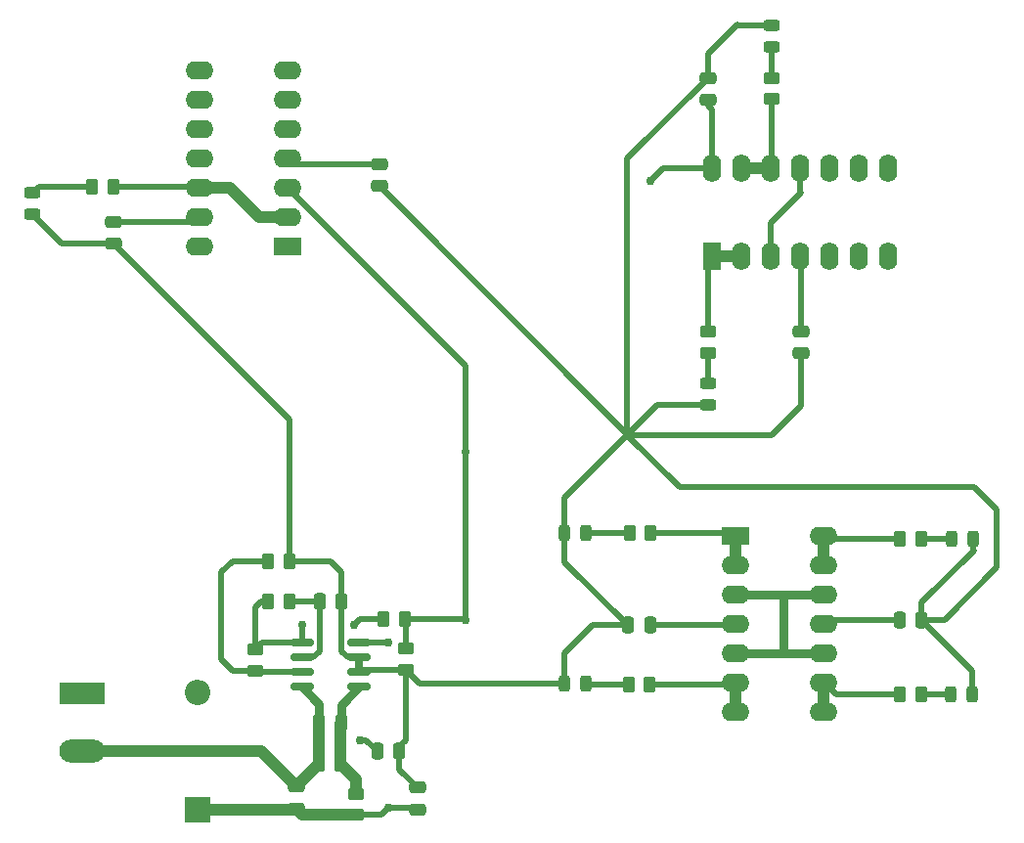
<source format=gbr>
%TF.GenerationSoftware,KiCad,Pcbnew,8.0.5*%
%TF.CreationDate,2024-11-04T13:30:35-06:00*%
%TF.ProjectId,KiCAD_Custom_DRC_Rules_for_PCBWay,4b694341-445f-4437-9573-746f6d5f4452,rev?*%
%TF.SameCoordinates,Original*%
%TF.FileFunction,Copper,L1,Top*%
%TF.FilePolarity,Positive*%
%FSLAX46Y46*%
G04 Gerber Fmt 4.6, Leading zero omitted, Abs format (unit mm)*
G04 Created by KiCad (PCBNEW 8.0.5) date 2024-11-04 13:30:35*
%MOMM*%
%LPD*%
G01*
G04 APERTURE LIST*
G04 Aperture macros list*
%AMRoundRect*
0 Rectangle with rounded corners*
0 $1 Rounding radius*
0 $2 $3 $4 $5 $6 $7 $8 $9 X,Y pos of 4 corners*
0 Add a 4 corners polygon primitive as box body*
4,1,4,$2,$3,$4,$5,$6,$7,$8,$9,$2,$3,0*
0 Add four circle primitives for the rounded corners*
1,1,$1+$1,$2,$3*
1,1,$1+$1,$4,$5*
1,1,$1+$1,$6,$7*
1,1,$1+$1,$8,$9*
0 Add four rect primitives between the rounded corners*
20,1,$1+$1,$2,$3,$4,$5,0*
20,1,$1+$1,$4,$5,$6,$7,0*
20,1,$1+$1,$6,$7,$8,$9,0*
20,1,$1+$1,$8,$9,$2,$3,0*%
G04 Aperture macros list end*
%TA.AperFunction,SMDPad,CuDef*%
%ADD10RoundRect,0.250000X-0.262500X-0.450000X0.262500X-0.450000X0.262500X0.450000X-0.262500X0.450000X0*%
%TD*%
%TA.AperFunction,SMDPad,CuDef*%
%ADD11RoundRect,0.250000X-0.475000X0.250000X-0.475000X-0.250000X0.475000X-0.250000X0.475000X0.250000X0*%
%TD*%
%TA.AperFunction,SMDPad,CuDef*%
%ADD12RoundRect,0.250000X0.475000X-0.250000X0.475000X0.250000X-0.475000X0.250000X-0.475000X-0.250000X0*%
%TD*%
%TA.AperFunction,SMDPad,CuDef*%
%ADD13RoundRect,0.243750X0.456250X-0.243750X0.456250X0.243750X-0.456250X0.243750X-0.456250X-0.243750X0*%
%TD*%
%TA.AperFunction,SMDPad,CuDef*%
%ADD14RoundRect,0.150000X-0.825000X-0.150000X0.825000X-0.150000X0.825000X0.150000X-0.825000X0.150000X0*%
%TD*%
%TA.AperFunction,ComponentPad*%
%ADD15R,2.400000X1.600000*%
%TD*%
%TA.AperFunction,ComponentPad*%
%ADD16O,2.400000X1.600000*%
%TD*%
%TA.AperFunction,SMDPad,CuDef*%
%ADD17RoundRect,0.250000X0.262500X0.450000X-0.262500X0.450000X-0.262500X-0.450000X0.262500X-0.450000X0*%
%TD*%
%TA.AperFunction,SMDPad,CuDef*%
%ADD18RoundRect,0.243750X-0.456250X0.243750X-0.456250X-0.243750X0.456250X-0.243750X0.456250X0.243750X0*%
%TD*%
%TA.AperFunction,SMDPad,CuDef*%
%ADD19RoundRect,0.250000X0.450000X-0.262500X0.450000X0.262500X-0.450000X0.262500X-0.450000X-0.262500X0*%
%TD*%
%TA.AperFunction,SMDPad,CuDef*%
%ADD20RoundRect,0.250000X0.250000X0.475000X-0.250000X0.475000X-0.250000X-0.475000X0.250000X-0.475000X0*%
%TD*%
%TA.AperFunction,SMDPad,CuDef*%
%ADD21RoundRect,0.250000X-0.450000X0.262500X-0.450000X-0.262500X0.450000X-0.262500X0.450000X0.262500X0*%
%TD*%
%TA.AperFunction,SMDPad,CuDef*%
%ADD22RoundRect,0.250000X-0.250000X-0.475000X0.250000X-0.475000X0.250000X0.475000X-0.250000X0.475000X0*%
%TD*%
%TA.AperFunction,SMDPad,CuDef*%
%ADD23RoundRect,0.243750X0.243750X0.456250X-0.243750X0.456250X-0.243750X-0.456250X0.243750X-0.456250X0*%
%TD*%
%TA.AperFunction,ComponentPad*%
%ADD24R,2.200000X2.200000*%
%TD*%
%TA.AperFunction,ComponentPad*%
%ADD25O,2.200000X2.200000*%
%TD*%
%TA.AperFunction,SMDPad,CuDef*%
%ADD26RoundRect,0.243750X-0.243750X-0.456250X0.243750X-0.456250X0.243750X0.456250X-0.243750X0.456250X0*%
%TD*%
%TA.AperFunction,ComponentPad*%
%ADD27R,1.600000X2.400000*%
%TD*%
%TA.AperFunction,ComponentPad*%
%ADD28O,1.600000X2.400000*%
%TD*%
%TA.AperFunction,ComponentPad*%
%ADD29R,3.960000X1.980000*%
%TD*%
%TA.AperFunction,ComponentPad*%
%ADD30O,3.960000X1.980000*%
%TD*%
%TA.AperFunction,ViaPad*%
%ADD31C,0.750000*%
%TD*%
%TA.AperFunction,Conductor*%
%ADD32C,0.500000*%
%TD*%
%TA.AperFunction,Conductor*%
%ADD33C,0.203200*%
%TD*%
%TA.AperFunction,Conductor*%
%ADD34C,0.700000*%
%TD*%
%TA.AperFunction,Conductor*%
%ADD35C,1.000000*%
%TD*%
%TA.AperFunction,Conductor*%
%ADD36C,0.750000*%
%TD*%
%TA.AperFunction,Conductor*%
%ADD37C,0.250000*%
%TD*%
G04 APERTURE END LIST*
D10*
%TO.P,R14,1*%
%TO.N,Net-(J4-Pin_8)*%
X128087500Y-114000000D03*
%TO.P,R14,2*%
%TO.N,Net-(D8-AK)*%
X129912500Y-114000000D03*
%TD*%
D11*
%TO.P,C7,1*%
%TO.N,Vpos*%
X60000000Y-73050000D03*
%TO.P,C7,2*%
%TO.N,Vgnd*%
X60000000Y-74950000D03*
%TD*%
D12*
%TO.P,C2,1*%
%TO.N,Vpos*%
X75815000Y-123870000D03*
%TO.P,C2,2*%
%TO.N,Vneg*%
X75815000Y-121970000D03*
%TD*%
D13*
%TO.P,D2,1,KA*%
%TO.N,Vgnd*%
X111500000Y-88937500D03*
%TO.P,D2,2,AK*%
%TO.N,Net-(D2-AK)*%
X111500000Y-87062500D03*
%TD*%
D14*
%TO.P,U1,1*%
%TO.N,Net-(R2-Pad2)*%
X76340000Y-109515000D03*
%TO.P,U1,2,-*%
%TO.N,Net-(U1A--)*%
X76340000Y-110785000D03*
%TO.P,U1,3,+*%
%TO.N,Net-(U1A-+)*%
X76340000Y-112055000D03*
%TO.P,U1,4,V-*%
%TO.N,Vneg*%
X76340000Y-113325000D03*
%TO.P,U1,5,+*%
%TO.N,Net-(U1B-+)*%
X81290000Y-113325000D03*
%TO.P,U1,6,-*%
%TO.N,Vgnd*%
X81290000Y-112055000D03*
%TO.P,U1,7*%
X81290000Y-110785000D03*
%TO.P,U1,8,V+*%
%TO.N,Vpos*%
X81290000Y-109515000D03*
%TD*%
D15*
%TO.P,J3,1,Pin_1*%
%TO.N,unconnected-(J3-Pin_1-Pad1)*%
X75120000Y-75200000D03*
D16*
%TO.P,J3,2,Pin_2*%
%TO.N,Net-(J3-Pin_12)*%
X75120000Y-72660000D03*
%TO.P,J3,3,Pin_3*%
%TO.N,+VSW*%
X75120000Y-70120000D03*
%TO.P,J3,4,Pin_4*%
%TO.N,Vneg*%
X75120000Y-67580000D03*
%TO.P,J3,5,Pin_5*%
%TO.N,unconnected-(J3-Pin_5-Pad5)*%
X75120000Y-65040000D03*
%TO.P,J3,6,Pin_6*%
%TO.N,unconnected-(J3-Pin_6-Pad6)*%
X75120000Y-62500000D03*
%TO.P,J3,7,Pin_7*%
%TO.N,unconnected-(J3-Pin_7-Pad7)*%
X75120000Y-59960000D03*
%TO.P,J3,8,Pin_8*%
%TO.N,unconnected-(J3-Pin_8-Pad8)*%
X67500000Y-59960000D03*
%TO.P,J3,9,Pin_9*%
%TO.N,unconnected-(J3-Pin_9-Pad9)*%
X67500000Y-62500000D03*
%TO.P,J3,10,Pin_10*%
%TO.N,unconnected-(J3-Pin_10-Pad10)*%
X67500000Y-65040000D03*
%TO.P,J3,11,Pin_11*%
%TO.N,unconnected-(J3-Pin_11-Pad11)*%
X67500000Y-67580000D03*
%TO.P,J3,12,Pin_12*%
%TO.N,Net-(J3-Pin_12)*%
X67500000Y-70120000D03*
%TO.P,J3,13,Pin_13*%
%TO.N,Vpos*%
X67500000Y-72660000D03*
%TO.P,J3,14,Pin_14*%
%TO.N,unconnected-(J3-Pin_14-Pad14)*%
X67500000Y-75200000D03*
%TD*%
D10*
%TO.P,R1,1*%
%TO.N,Net-(U1A-+)*%
X73402500Y-102420000D03*
%TO.P,R1,2*%
%TO.N,Vgnd*%
X75227500Y-102420000D03*
%TD*%
D13*
%TO.P,D4,1,KA*%
%TO.N,Vgnd*%
X53000000Y-72437500D03*
%TO.P,D4,2,AK*%
%TO.N,Net-(D4-AK)*%
X53000000Y-70562500D03*
%TD*%
D17*
%TO.P,R7,1*%
%TO.N,Net-(U1B-+)*%
X79640000Y-120000000D03*
%TO.P,R7,2*%
%TO.N,Vneg*%
X77815000Y-120000000D03*
%TD*%
D18*
%TO.P,D3,1,KA*%
%TO.N,Vgnd*%
X117000000Y-56062500D03*
%TO.P,D3,2,AK*%
%TO.N,Net-(D3-AK)*%
X117000000Y-57937500D03*
%TD*%
D19*
%TO.P,R9,1*%
%TO.N,Net-(J2-Pin_12)*%
X117000000Y-62412500D03*
%TO.P,R9,2*%
%TO.N,Net-(D3-AK)*%
X117000000Y-60587500D03*
%TD*%
D11*
%TO.P,C4,1*%
%TO.N,Vneg*%
X119500000Y-82550000D03*
%TO.P,C4,2*%
%TO.N,Vgnd*%
X119500000Y-84450000D03*
%TD*%
D10*
%TO.P,R11,1*%
%TO.N,Net-(D5-AK)*%
X104675000Y-100000000D03*
%TO.P,R11,2*%
%TO.N,Net-(J4-Pin_1)*%
X106500000Y-100000000D03*
%TD*%
D20*
%TO.P,C10,1*%
%TO.N,Vpos*%
X106450000Y-108000000D03*
%TO.P,C10,2*%
%TO.N,Vgnd*%
X104550000Y-108000000D03*
%TD*%
%TO.P,C3,1*%
%TO.N,Net-(U1B-+)*%
X79715000Y-116420000D03*
%TO.P,C3,2*%
%TO.N,Vneg*%
X77815000Y-116420000D03*
%TD*%
D21*
%TO.P,R8,1*%
%TO.N,Net-(J2-Pin_1)*%
X111500000Y-82587500D03*
%TO.P,R8,2*%
%TO.N,Net-(D2-AK)*%
X111500000Y-84412500D03*
%TD*%
D22*
%TO.P,C11,1*%
%TO.N,Vneg*%
X128050000Y-107500000D03*
%TO.P,C11,2*%
%TO.N,Vgnd*%
X129950000Y-107500000D03*
%TD*%
D23*
%TO.P,D7,1,KA*%
%TO.N,Vgnd*%
X134437500Y-100500000D03*
%TO.P,D7,2,AK*%
%TO.N,Net-(D7-AK)*%
X132562500Y-100500000D03*
%TD*%
D22*
%TO.P,C9,1*%
%TO.N,Vneg*%
X82865000Y-118920000D03*
%TO.P,C9,2*%
%TO.N,Vgnd*%
X84765000Y-118920000D03*
%TD*%
D10*
%TO.P,R12,1*%
%TO.N,Net-(D6-AK)*%
X104587500Y-113087500D03*
%TO.P,R12,2*%
%TO.N,Net-(J4-Pin_6)*%
X106412500Y-113087500D03*
%TD*%
D24*
%TO.P,D1,1,K*%
%TO.N,Vpos*%
X67315000Y-124000000D03*
D25*
%TO.P,D1,2,A*%
%TO.N,Net-(D1-A)*%
X67315000Y-113840000D03*
%TD*%
D22*
%TO.P,C1,1*%
%TO.N,Net-(U1A--)*%
X77865000Y-105920000D03*
%TO.P,C1,2*%
%TO.N,Vgnd*%
X79765000Y-105920000D03*
%TD*%
D26*
%TO.P,D6,1,KA*%
%TO.N,Vgnd*%
X99062500Y-113000000D03*
%TO.P,D6,2,AK*%
%TO.N,Net-(D6-AK)*%
X100937500Y-113000000D03*
%TD*%
D15*
%TO.P,J4,1,Pin_1*%
%TO.N,Net-(J4-Pin_1)*%
X113880000Y-100260000D03*
D16*
%TO.P,J4,2,Pin_2*%
X113880000Y-102800000D03*
%TO.P,J4,3,Pin_3*%
%TO.N,+VSW*%
X113880000Y-105340000D03*
%TO.P,J4,4,Pin_4*%
%TO.N,Vpos*%
X113880000Y-107880000D03*
%TO.P,J4,5,Pin_5*%
%TO.N,+VSW*%
X113880000Y-110420000D03*
%TO.P,J4,6,Pin_6*%
%TO.N,Net-(J4-Pin_6)*%
X113880000Y-112960000D03*
%TO.P,J4,7,Pin_7*%
X113880000Y-115500000D03*
%TO.P,J4,8,Pin_8*%
%TO.N,Net-(J4-Pin_8)*%
X121500000Y-115500000D03*
%TO.P,J4,9,Pin_9*%
X121500000Y-112960000D03*
%TO.P,J4,10,Pin_10*%
%TO.N,+VSW*%
X121500000Y-110420000D03*
%TO.P,J4,11,Pin_11*%
%TO.N,Vneg*%
X121500000Y-107880000D03*
%TO.P,J4,12,Pin_12*%
%TO.N,+VSW*%
X121500000Y-105340000D03*
%TO.P,J4,13,Pin_13*%
%TO.N,Net-(J4-Pin_13)*%
X121500000Y-102800000D03*
%TO.P,J4,14,Pin_14*%
X121500000Y-100260000D03*
%TD*%
D10*
%TO.P,R4,1*%
%TO.N,Net-(R2-Pad2)*%
X83402500Y-107420000D03*
%TO.P,R4,2*%
%TO.N,+VSW*%
X85227500Y-107420000D03*
%TD*%
D23*
%TO.P,D8,1,KA*%
%TO.N,Vgnd*%
X134375000Y-114000000D03*
%TO.P,D8,2,AK*%
%TO.N,Net-(D8-AK)*%
X132500000Y-114000000D03*
%TD*%
D27*
%TO.P,J2,1,Pin_1*%
%TO.N,Net-(J2-Pin_1)*%
X111800000Y-76000000D03*
D28*
%TO.P,J2,2,Pin_2*%
X114340000Y-76000000D03*
%TO.P,J2,3,Pin_3*%
%TO.N,+VSW*%
X116880000Y-76000000D03*
%TO.P,J2,4,Pin_4*%
%TO.N,Vneg*%
X119420000Y-76000000D03*
%TO.P,J2,5,Pin_5*%
%TO.N,unconnected-(J2-Pin_5-Pad5)*%
X121960000Y-76000000D03*
%TO.P,J2,6,Pin_6*%
%TO.N,unconnected-(J2-Pin_6-Pad6)*%
X124500000Y-76000000D03*
%TO.P,J2,7,Pin_7*%
%TO.N,unconnected-(J2-Pin_7-Pad7)*%
X127040000Y-76000000D03*
%TO.P,J2,8,Pin_8*%
%TO.N,unconnected-(J2-Pin_8-Pad8)*%
X127040000Y-68380000D03*
%TO.P,J2,9,Pin_9*%
%TO.N,unconnected-(J2-Pin_9-Pad9)*%
X124500000Y-68380000D03*
%TO.P,J2,10,Pin_10*%
%TO.N,unconnected-(J2-Pin_10-Pad10)*%
X121960000Y-68380000D03*
%TO.P,J2,11,Pin_11*%
%TO.N,+VSW*%
X119420000Y-68380000D03*
%TO.P,J2,12,Pin_12*%
%TO.N,Net-(J2-Pin_12)*%
X116880000Y-68380000D03*
%TO.P,J2,13,Pin_13*%
X114340000Y-68380000D03*
%TO.P,J2,14,Pin_14*%
%TO.N,Vpos*%
X111800000Y-68380000D03*
%TD*%
D26*
%TO.P,D5,1,KA*%
%TO.N,Vgnd*%
X99062500Y-100000000D03*
%TO.P,D5,2,AK*%
%TO.N,Net-(D5-AK)*%
X100937500Y-100000000D03*
%TD*%
D10*
%TO.P,R13,1*%
%TO.N,Net-(J4-Pin_13)*%
X128087500Y-100500000D03*
%TO.P,R13,2*%
%TO.N,Net-(D7-AK)*%
X129912500Y-100500000D03*
%TD*%
D17*
%TO.P,R10,1*%
%TO.N,Net-(J3-Pin_12)*%
X60000000Y-70000000D03*
%TO.P,R10,2*%
%TO.N,Net-(D4-AK)*%
X58175000Y-70000000D03*
%TD*%
D11*
%TO.P,C8,1*%
%TO.N,Vgnd*%
X86315000Y-122020000D03*
%TO.P,C8,2*%
%TO.N,Vpos*%
X86315000Y-123920000D03*
%TD*%
D17*
%TO.P,R2,1*%
%TO.N,Net-(U1A--)*%
X75227500Y-105920000D03*
%TO.P,R2,2*%
%TO.N,Net-(R2-Pad2)*%
X73402500Y-105920000D03*
%TD*%
D11*
%TO.P,C5,1*%
%TO.N,Vneg*%
X83000000Y-68050000D03*
%TO.P,C5,2*%
%TO.N,Vgnd*%
X83000000Y-69950000D03*
%TD*%
D21*
%TO.P,R5,1*%
%TO.N,+VSW*%
X85315000Y-110007500D03*
%TO.P,R5,2*%
%TO.N,Vgnd*%
X85315000Y-111832500D03*
%TD*%
D12*
%TO.P,C6,1*%
%TO.N,Vpos*%
X111500000Y-62500000D03*
%TO.P,C6,2*%
%TO.N,Vgnd*%
X111500000Y-60600000D03*
%TD*%
D29*
%TO.P,J1,1,Pin_1*%
%TO.N,Net-(D1-A)*%
X57315000Y-113920000D03*
D30*
%TO.P,J1,2,Pin_2*%
%TO.N,Vneg*%
X57315000Y-118920000D03*
%TD*%
D19*
%TO.P,R6,1*%
%TO.N,Vpos*%
X81000000Y-124412500D03*
%TO.P,R6,2*%
%TO.N,Net-(U1B-+)*%
X81000000Y-122587500D03*
%TD*%
D21*
%TO.P,R3,1*%
%TO.N,Net-(R2-Pad2)*%
X72315000Y-110095000D03*
%TO.P,R3,2*%
%TO.N,Net-(U1A-+)*%
X72315000Y-111920000D03*
%TD*%
D31*
%TO.N,Vneg*%
X81315000Y-117920000D03*
X77815000Y-117920000D03*
%TO.N,Vpos*%
X106500000Y-69500000D03*
X83815000Y-123832500D03*
X83815000Y-109515000D03*
%TO.N,Net-(R2-Pad2)*%
X80815000Y-107920000D03*
X76315000Y-107920000D03*
%TO.N,+VSW*%
X90500000Y-107500000D03*
X90500000Y-93000000D03*
%TD*%
D32*
%TO.N,Net-(U1A--)*%
X77865000Y-110234999D02*
X77314999Y-110785000D01*
X77865000Y-105920000D02*
X77865000Y-110234999D01*
X75227500Y-105920000D02*
X77865000Y-105920000D01*
D33*
X77314999Y-110785000D02*
X76340000Y-110785000D01*
D32*
%TO.N,Vgnd*%
X85315000Y-111832500D02*
X81512500Y-111832500D01*
X101500000Y-108000000D02*
X104550000Y-108000000D01*
X99000000Y-102500000D02*
X99062500Y-102437500D01*
X99062500Y-96937500D02*
X99062500Y-100000000D01*
X75227500Y-90177500D02*
X75227500Y-102420000D01*
X134500000Y-96000000D02*
X136500000Y-98000000D01*
X60000000Y-74950000D02*
X75227500Y-90177500D01*
X104550000Y-108000000D02*
X99050000Y-102500000D01*
X99062500Y-113000000D02*
X86482500Y-113000000D01*
X84765000Y-120470000D02*
X84765000Y-118920000D01*
X104500000Y-91500000D02*
X117000000Y-91500000D01*
X99062500Y-110437500D02*
X101500000Y-108000000D01*
X111500000Y-60600000D02*
X104500000Y-67600000D01*
X79765000Y-110234999D02*
X80315001Y-110785000D01*
X104500000Y-91450000D02*
X104500000Y-91500000D01*
X99050000Y-102500000D02*
X99000000Y-102500000D01*
X134500000Y-101500000D02*
X134437500Y-101437500D01*
X55512500Y-74950000D02*
X53000000Y-72437500D01*
X104500000Y-91500000D02*
X99062500Y-96937500D01*
X114000000Y-56000000D02*
X114062500Y-56062500D01*
X111500000Y-60600000D02*
X111500000Y-58500000D01*
X109000000Y-96000000D02*
X134500000Y-96000000D01*
X84765000Y-118470000D02*
X85315000Y-117920000D01*
X99062500Y-113000000D02*
X99062500Y-110437500D01*
X99062500Y-102437500D02*
X99062500Y-100000000D01*
X132000000Y-107500000D02*
X129950000Y-107500000D01*
X119500000Y-84450000D02*
X119500000Y-89000000D01*
X111500000Y-58500000D02*
X114000000Y-56000000D01*
X129950000Y-107500000D02*
X129950000Y-106050000D01*
X75227500Y-102420000D02*
X78815000Y-102420000D01*
X60000000Y-74950000D02*
X55512500Y-74950000D01*
X104500000Y-91500000D02*
X109000000Y-96000000D01*
X78815000Y-102420000D02*
X79765000Y-103370000D01*
X85315000Y-117920000D02*
X85315000Y-111832500D01*
X79765000Y-103370000D02*
X79765000Y-105920000D01*
X134375000Y-114000000D02*
X134375000Y-111925000D01*
X79765000Y-105920000D02*
X79765000Y-110234999D01*
X136500000Y-103000000D02*
X132000000Y-107500000D01*
X104500000Y-91500000D02*
X107062500Y-88937500D01*
X86315000Y-122020000D02*
X84765000Y-120470000D01*
D33*
X80315001Y-110785000D02*
X81290000Y-110785000D01*
D32*
X114062500Y-56062500D02*
X117000000Y-56062500D01*
X134375000Y-111925000D02*
X129950000Y-107500000D01*
D33*
X81512500Y-111832500D02*
X81290000Y-112055000D01*
D32*
X136500000Y-98000000D02*
X136500000Y-103000000D01*
X129950000Y-106050000D02*
X134500000Y-101500000D01*
D34*
X81290000Y-112055000D02*
X81290000Y-110785000D01*
D32*
X104500000Y-91500000D02*
X104500000Y-67600000D01*
X83000000Y-69950000D02*
X104500000Y-91450000D01*
X107062500Y-88937500D02*
X111500000Y-88937500D01*
X86482500Y-113000000D02*
X85315000Y-111832500D01*
X134437500Y-101437500D02*
X134437500Y-100500000D01*
X119500000Y-89000000D02*
X117000000Y-91500000D01*
%TO.N,Vneg*%
X82865000Y-118920000D02*
X81865000Y-117920000D01*
D35*
X77815000Y-120000000D02*
X77815000Y-116420000D01*
D32*
X119500000Y-82550000D02*
X119500000Y-76080000D01*
D35*
X57315000Y-118920000D02*
X72765000Y-118920000D01*
D32*
X83000000Y-68050000D02*
X75590000Y-68050000D01*
D36*
X77815000Y-114800000D02*
X76340000Y-113325000D01*
D35*
X75845000Y-121970000D02*
X77815000Y-120000000D01*
D32*
X81865000Y-117920000D02*
X81315000Y-117920000D01*
D36*
X77815000Y-116420000D02*
X77815000Y-114800000D01*
D32*
X128050000Y-107500000D02*
X121880000Y-107500000D01*
D35*
X72765000Y-118920000D02*
X75815000Y-121970000D01*
D32*
%TO.N,Vpos*%
X111800000Y-63300000D02*
X111800000Y-68380000D01*
X111500000Y-63000000D02*
X111800000Y-63300000D01*
X60000000Y-73050000D02*
X67110000Y-73050000D01*
X83235000Y-124412500D02*
X83815000Y-123832500D01*
X111500000Y-62500000D02*
X111500000Y-63000000D01*
X106450000Y-108000000D02*
X113760000Y-108000000D01*
D35*
X76357500Y-124412500D02*
X75815000Y-123870000D01*
D32*
X81000000Y-124412500D02*
X83235000Y-124412500D01*
X107620000Y-68380000D02*
X111800000Y-68380000D01*
X83815000Y-123832500D02*
X86227500Y-123832500D01*
X106500000Y-69500000D02*
X107620000Y-68380000D01*
D35*
X67315000Y-124000000D02*
X75685000Y-124000000D01*
D32*
X81290000Y-109515000D02*
X83815000Y-109515000D01*
D35*
X81000000Y-124412500D02*
X76357500Y-124412500D01*
%TO.N,Net-(U1B-+)*%
X79640000Y-120000000D02*
X79640000Y-116495000D01*
X81000000Y-122587500D02*
X81000000Y-121360000D01*
D36*
X79715000Y-116420000D02*
X79715000Y-114900000D01*
X79715000Y-114900000D02*
X81290000Y-113325000D01*
D35*
X81000000Y-121360000D02*
X79640000Y-120000000D01*
D32*
%TO.N,Net-(D3-AK)*%
X117000000Y-60587500D02*
X117000000Y-57937500D01*
%TO.N,Net-(D4-AK)*%
X53562500Y-70000000D02*
X53000000Y-70562500D01*
X58175000Y-70000000D02*
X53562500Y-70000000D01*
%TO.N,Net-(D5-AK)*%
X104675000Y-100000000D02*
X100937500Y-100000000D01*
%TO.N,Net-(D6-AK)*%
X104587500Y-113087500D02*
X101025000Y-113087500D01*
%TO.N,Net-(D7-AK)*%
X132562500Y-100500000D02*
X129912500Y-100500000D01*
%TO.N,Net-(D8-AK)*%
X129912500Y-114000000D02*
X132500000Y-114000000D01*
%TO.N,Net-(J2-Pin_1)*%
X111500000Y-82587500D02*
X111500000Y-76300000D01*
D35*
X111800000Y-76000000D02*
X114340000Y-76000000D01*
%TO.N,Net-(J2-Pin_12)*%
X114340000Y-68380000D02*
X116880000Y-68380000D01*
D32*
X117000000Y-62412500D02*
X117000000Y-68260000D01*
D35*
%TO.N,Net-(J3-Pin_12)*%
X75120000Y-72660000D02*
X72660000Y-72660000D01*
X72660000Y-72660000D02*
X70120000Y-70120000D01*
X70120000Y-70120000D02*
X67500000Y-70120000D01*
D32*
X60000000Y-70000000D02*
X67380000Y-70000000D01*
%TO.N,Net-(J4-Pin_13)*%
X128087500Y-100500000D02*
X121740000Y-100500000D01*
D35*
X121500000Y-100260000D02*
X121500000Y-102800000D01*
%TO.N,Net-(J4-Pin_1)*%
X113880000Y-102800000D02*
X113880000Y-100260000D01*
D32*
X106500000Y-100000000D02*
X113620000Y-100000000D01*
D35*
%TO.N,Net-(J4-Pin_6)*%
X113880000Y-112960000D02*
X113880000Y-115500000D01*
D32*
X106412500Y-113087500D02*
X113752500Y-113087500D01*
D35*
%TO.N,Net-(J4-Pin_8)*%
X121500000Y-112960000D02*
X121500000Y-115500000D01*
D32*
X128087500Y-114000000D02*
X122540000Y-114000000D01*
X122540000Y-114000000D02*
X121500000Y-112960000D01*
%TO.N,Net-(U1A-+)*%
X69315000Y-110920000D02*
X70315000Y-111920000D01*
X73402500Y-102420000D02*
X70315000Y-102420000D01*
X69315000Y-103420000D02*
X69315000Y-110920000D01*
X70315000Y-111920000D02*
X72315000Y-111920000D01*
X76340000Y-112055000D02*
X72450000Y-112055000D01*
X70315000Y-102420000D02*
X69315000Y-103420000D01*
%TO.N,Net-(R2-Pad2)*%
X72895000Y-109515000D02*
X72315000Y-110095000D01*
D37*
X73402500Y-105920000D02*
X72815000Y-105920000D01*
D32*
X76340000Y-109515000D02*
X72895000Y-109515000D01*
D37*
X76340000Y-107945000D02*
X76315000Y-107920000D01*
D32*
X72315000Y-106420000D02*
X72315000Y-110095000D01*
X80815000Y-107920000D02*
X81315000Y-107420000D01*
X72815000Y-105920000D02*
X72315000Y-106420000D01*
X76340000Y-109515000D02*
X76340000Y-107945000D01*
X81315000Y-107420000D02*
X83402500Y-107420000D01*
%TO.N,Net-(D2-AK)*%
X111500000Y-87062500D02*
X111500000Y-84412500D01*
%TO.N,+VSW*%
X90420000Y-107420000D02*
X85227500Y-107420000D01*
D36*
X118000000Y-110420000D02*
X118000000Y-105340000D01*
D32*
X85315000Y-110007500D02*
X85315000Y-107507500D01*
D36*
X121500000Y-110420000D02*
X118000000Y-110420000D01*
D32*
X116880000Y-76000000D02*
X116880000Y-73120000D01*
X90500000Y-93000000D02*
X90500000Y-85500000D01*
D36*
X118000000Y-110420000D02*
X113880000Y-110420000D01*
D33*
X119500000Y-70500000D02*
X119420000Y-70420000D01*
D32*
X90500000Y-85500000D02*
X75120000Y-70120000D01*
D36*
X113880000Y-105340000D02*
X118000000Y-105340000D01*
X118000000Y-105340000D02*
X121500000Y-105340000D01*
D32*
X90500000Y-107500000D02*
X90500000Y-93000000D01*
X90500000Y-107500000D02*
X90420000Y-107420000D01*
X116880000Y-73120000D02*
X119500000Y-70500000D01*
X119420000Y-70420000D02*
X119420000Y-68380000D01*
%TD*%
M02*

</source>
